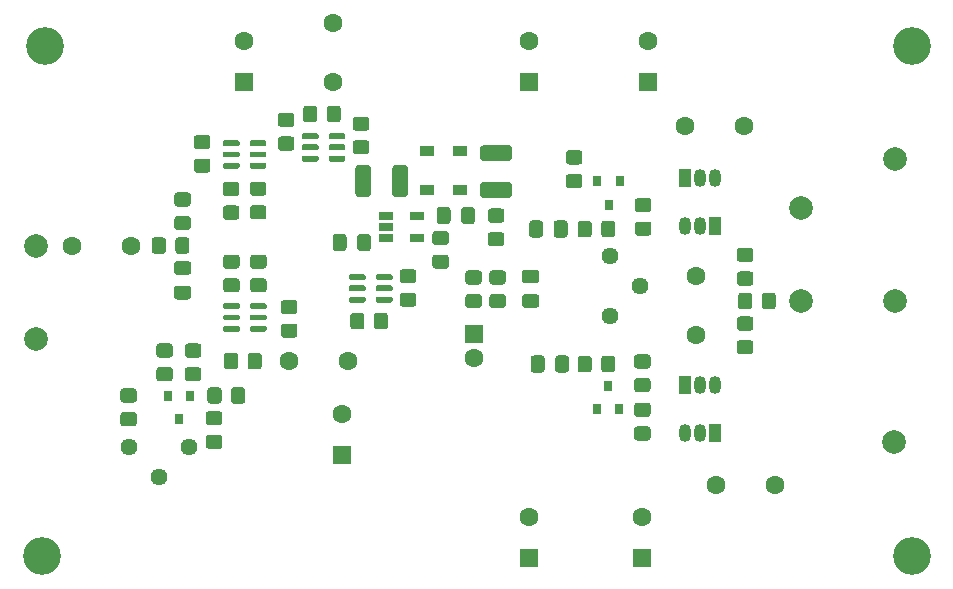
<source format=gbr>
G04 #@! TF.GenerationSoftware,KiCad,Pcbnew,(5.1.9-0-10_14)*
G04 #@! TF.CreationDate,2021-01-24T16:16:14+01:00*
G04 #@! TF.ProjectId,pre-amp-discret,7072652d-616d-4702-9d64-697363726574,rev?*
G04 #@! TF.SameCoordinates,Original*
G04 #@! TF.FileFunction,Soldermask,Top*
G04 #@! TF.FilePolarity,Negative*
%FSLAX46Y46*%
G04 Gerber Fmt 4.6, Leading zero omitted, Abs format (unit mm)*
G04 Created by KiCad (PCBNEW (5.1.9-0-10_14)) date 2021-01-24 16:16:14*
%MOMM*%
%LPD*%
G01*
G04 APERTURE LIST*
%ADD10R,1.200000X0.900000*%
%ADD11R,1.220000X0.650000*%
%ADD12C,1.440000*%
%ADD13C,1.600000*%
%ADD14R,0.800000X0.900000*%
%ADD15R,1.050000X1.500000*%
%ADD16O,1.050000X1.500000*%
%ADD17R,1.600000X1.600000*%
%ADD18C,2.000000*%
%ADD19C,3.200000*%
G04 APERTURE END LIST*
G36*
G01*
X138372001Y-113916000D02*
X137471999Y-113916000D01*
G75*
G02*
X137222000Y-113666001I0J249999D01*
G01*
X137222000Y-112965999D01*
G75*
G02*
X137471999Y-112716000I249999J0D01*
G01*
X138372001Y-112716000D01*
G75*
G02*
X138622000Y-112965999I0J-249999D01*
G01*
X138622000Y-113666001D01*
G75*
G02*
X138372001Y-113916000I-249999J0D01*
G01*
G37*
G36*
G01*
X138372001Y-115916000D02*
X137471999Y-115916000D01*
G75*
G02*
X137222000Y-115666001I0J249999D01*
G01*
X137222000Y-114965999D01*
G75*
G02*
X137471999Y-114716000I249999J0D01*
G01*
X138372001Y-114716000D01*
G75*
G02*
X138622000Y-114965999I0J-249999D01*
G01*
X138622000Y-115666001D01*
G75*
G02*
X138372001Y-115916000I-249999J0D01*
G01*
G37*
G36*
G01*
X136506000Y-116770999D02*
X136506000Y-117671001D01*
G75*
G02*
X136256001Y-117921000I-249999J0D01*
G01*
X135555999Y-117921000D01*
G75*
G02*
X135306000Y-117671001I0J249999D01*
G01*
X135306000Y-116770999D01*
G75*
G02*
X135555999Y-116521000I249999J0D01*
G01*
X136256001Y-116521000D01*
G75*
G02*
X136506000Y-116770999I0J-249999D01*
G01*
G37*
G36*
G01*
X138506000Y-116770999D02*
X138506000Y-117671001D01*
G75*
G02*
X138256001Y-117921000I-249999J0D01*
G01*
X137555999Y-117921000D01*
G75*
G02*
X137306000Y-117671001I0J249999D01*
G01*
X137306000Y-116770999D01*
G75*
G02*
X137555999Y-116521000I249999J0D01*
G01*
X138256001Y-116521000D01*
G75*
G02*
X138506000Y-116770999I0J-249999D01*
G01*
G37*
G36*
G01*
X138397000Y-119713500D02*
X137447000Y-119713500D01*
G75*
G02*
X137197000Y-119463500I0J250000D01*
G01*
X137197000Y-118788500D01*
G75*
G02*
X137447000Y-118538500I250000J0D01*
G01*
X138397000Y-118538500D01*
G75*
G02*
X138647000Y-118788500I0J-250000D01*
G01*
X138647000Y-119463500D01*
G75*
G02*
X138397000Y-119713500I-250000J0D01*
G01*
G37*
G36*
G01*
X138397000Y-121788500D02*
X137447000Y-121788500D01*
G75*
G02*
X137197000Y-121538500I0J250000D01*
G01*
X137197000Y-120863500D01*
G75*
G02*
X137447000Y-120613500I250000J0D01*
G01*
X138397000Y-120613500D01*
G75*
G02*
X138647000Y-120863500I0J-250000D01*
G01*
X138647000Y-121538500D01*
G75*
G02*
X138397000Y-121788500I-250000J0D01*
G01*
G37*
G36*
G01*
X146488999Y-123828000D02*
X147389001Y-123828000D01*
G75*
G02*
X147639000Y-124077999I0J-249999D01*
G01*
X147639000Y-124778001D01*
G75*
G02*
X147389001Y-125028000I-249999J0D01*
G01*
X146488999Y-125028000D01*
G75*
G02*
X146239000Y-124778001I0J249999D01*
G01*
X146239000Y-124077999D01*
G75*
G02*
X146488999Y-123828000I249999J0D01*
G01*
G37*
G36*
G01*
X146488999Y-121828000D02*
X147389001Y-121828000D01*
G75*
G02*
X147639000Y-122077999I0J-249999D01*
G01*
X147639000Y-122778001D01*
G75*
G02*
X147389001Y-123028000I-249999J0D01*
G01*
X146488999Y-123028000D01*
G75*
G02*
X146239000Y-122778001I0J249999D01*
G01*
X146239000Y-122077999D01*
G75*
G02*
X146488999Y-121828000I249999J0D01*
G01*
G37*
G36*
G01*
X162109999Y-121320000D02*
X163010001Y-121320000D01*
G75*
G02*
X163260000Y-121569999I0J-249999D01*
G01*
X163260000Y-122270001D01*
G75*
G02*
X163010001Y-122520000I-249999J0D01*
G01*
X162109999Y-122520000D01*
G75*
G02*
X161860000Y-122270001I0J249999D01*
G01*
X161860000Y-121569999D01*
G75*
G02*
X162109999Y-121320000I249999J0D01*
G01*
G37*
G36*
G01*
X162109999Y-119320000D02*
X163010001Y-119320000D01*
G75*
G02*
X163260000Y-119569999I0J-249999D01*
G01*
X163260000Y-120270001D01*
G75*
G02*
X163010001Y-120520000I-249999J0D01*
G01*
X162109999Y-120520000D01*
G75*
G02*
X161860000Y-120270001I0J249999D01*
G01*
X161860000Y-119569999D01*
G75*
G02*
X162109999Y-119320000I249999J0D01*
G01*
G37*
D10*
X161417000Y-112522000D03*
X161417000Y-109222000D03*
G36*
G01*
X163364999Y-111859500D02*
X165565001Y-111859500D01*
G75*
G02*
X165815000Y-112109499I0J-249999D01*
G01*
X165815000Y-112934501D01*
G75*
G02*
X165565001Y-113184500I-249999J0D01*
G01*
X163364999Y-113184500D01*
G75*
G02*
X163115000Y-112934501I0J249999D01*
G01*
X163115000Y-112109499D01*
G75*
G02*
X163364999Y-111859500I249999J0D01*
G01*
G37*
G36*
G01*
X163364999Y-108734500D02*
X165565001Y-108734500D01*
G75*
G02*
X165815000Y-108984499I0J-249999D01*
G01*
X165815000Y-109809501D01*
G75*
G02*
X165565001Y-110059500I-249999J0D01*
G01*
X163364999Y-110059500D01*
G75*
G02*
X163115000Y-109809501I0J249999D01*
G01*
X163115000Y-108984499D01*
G75*
G02*
X163364999Y-108734500I249999J0D01*
G01*
G37*
G36*
G01*
X155674500Y-112860001D02*
X155674500Y-110659999D01*
G75*
G02*
X155924499Y-110410000I249999J0D01*
G01*
X156749501Y-110410000D01*
G75*
G02*
X156999500Y-110659999I0J-249999D01*
G01*
X156999500Y-112860001D01*
G75*
G02*
X156749501Y-113110000I-249999J0D01*
G01*
X155924499Y-113110000D01*
G75*
G02*
X155674500Y-112860001I0J249999D01*
G01*
G37*
G36*
G01*
X152549500Y-112860001D02*
X152549500Y-110659999D01*
G75*
G02*
X152799499Y-110410000I249999J0D01*
G01*
X153624501Y-110410000D01*
G75*
G02*
X153874500Y-110659999I0J-249999D01*
G01*
X153874500Y-112860001D01*
G75*
G02*
X153624501Y-113110000I-249999J0D01*
G01*
X152799499Y-113110000D01*
G75*
G02*
X152549500Y-112860001I0J249999D01*
G01*
G37*
D11*
X157734000Y-114681000D03*
X157734000Y-116581000D03*
X155114000Y-116581000D03*
X155114000Y-115631000D03*
X155114000Y-114681000D03*
D12*
X133350000Y-134239000D03*
X135890000Y-136779000D03*
X138430000Y-134239000D03*
X174117000Y-123190000D03*
X176657000Y-120650000D03*
X174117000Y-118110000D03*
G36*
G01*
X168565500Y-126779000D02*
X168565500Y-127729000D01*
G75*
G02*
X168315500Y-127979000I-250000J0D01*
G01*
X167640500Y-127979000D01*
G75*
G02*
X167390500Y-127729000I0J250000D01*
G01*
X167390500Y-126779000D01*
G75*
G02*
X167640500Y-126529000I250000J0D01*
G01*
X168315500Y-126529000D01*
G75*
G02*
X168565500Y-126779000I0J-250000D01*
G01*
G37*
G36*
G01*
X170640500Y-126779000D02*
X170640500Y-127729000D01*
G75*
G02*
X170390500Y-127979000I-250000J0D01*
G01*
X169715500Y-127979000D01*
G75*
G02*
X169465500Y-127729000I0J250000D01*
G01*
X169465500Y-126779000D01*
G75*
G02*
X169715500Y-126529000I250000J0D01*
G01*
X170390500Y-126529000D01*
G75*
G02*
X170640500Y-126779000I0J-250000D01*
G01*
G37*
G36*
G01*
X169338500Y-116299000D02*
X169338500Y-115349000D01*
G75*
G02*
X169588500Y-115099000I250000J0D01*
G01*
X170263500Y-115099000D01*
G75*
G02*
X170513500Y-115349000I0J-250000D01*
G01*
X170513500Y-116299000D01*
G75*
G02*
X170263500Y-116549000I-250000J0D01*
G01*
X169588500Y-116549000D01*
G75*
G02*
X169338500Y-116299000I0J250000D01*
G01*
G37*
G36*
G01*
X167263500Y-116299000D02*
X167263500Y-115349000D01*
G75*
G02*
X167513500Y-115099000I250000J0D01*
G01*
X168188500Y-115099000D01*
G75*
G02*
X168438500Y-115349000I0J-250000D01*
G01*
X168438500Y-116299000D01*
G75*
G02*
X168188500Y-116549000I-250000J0D01*
G01*
X167513500Y-116549000D01*
G75*
G02*
X167263500Y-116299000I0J250000D01*
G01*
G37*
D13*
X180467000Y-107124500D03*
X185467000Y-107124500D03*
X181419500Y-119824500D03*
X181419500Y-124824500D03*
G36*
G01*
X164915001Y-115281000D02*
X164014999Y-115281000D01*
G75*
G02*
X163765000Y-115031001I0J249999D01*
G01*
X163765000Y-114330999D01*
G75*
G02*
X164014999Y-114081000I249999J0D01*
G01*
X164915001Y-114081000D01*
G75*
G02*
X165165000Y-114330999I0J-249999D01*
G01*
X165165000Y-115031001D01*
G75*
G02*
X164915001Y-115281000I-249999J0D01*
G01*
G37*
G36*
G01*
X164915001Y-117281000D02*
X164014999Y-117281000D01*
G75*
G02*
X163765000Y-117031001I0J249999D01*
G01*
X163765000Y-116330999D01*
G75*
G02*
X164014999Y-116081000I249999J0D01*
G01*
X164915001Y-116081000D01*
G75*
G02*
X165165000Y-116330999I0J-249999D01*
G01*
X165165000Y-117031001D01*
G75*
G02*
X164915001Y-117281000I-249999J0D01*
G01*
G37*
G36*
G01*
X159315999Y-117986000D02*
X160216001Y-117986000D01*
G75*
G02*
X160466000Y-118235999I0J-249999D01*
G01*
X160466000Y-118936001D01*
G75*
G02*
X160216001Y-119186000I-249999J0D01*
G01*
X159315999Y-119186000D01*
G75*
G02*
X159066000Y-118936001I0J249999D01*
G01*
X159066000Y-118235999D01*
G75*
G02*
X159315999Y-117986000I249999J0D01*
G01*
G37*
G36*
G01*
X159315999Y-115986000D02*
X160216001Y-115986000D01*
G75*
G02*
X160466000Y-116235999I0J-249999D01*
G01*
X160466000Y-116936001D01*
G75*
G02*
X160216001Y-117186000I-249999J0D01*
G01*
X159315999Y-117186000D01*
G75*
G02*
X159066000Y-116936001I0J249999D01*
G01*
X159066000Y-116235999D01*
G75*
G02*
X159315999Y-115986000I249999J0D01*
G01*
G37*
G36*
G01*
X141221000Y-129470999D02*
X141221000Y-130371001D01*
G75*
G02*
X140971001Y-130621000I-249999J0D01*
G01*
X140270999Y-130621000D01*
G75*
G02*
X140021000Y-130371001I0J249999D01*
G01*
X140021000Y-129470999D01*
G75*
G02*
X140270999Y-129221000I249999J0D01*
G01*
X140971001Y-129221000D01*
G75*
G02*
X141221000Y-129470999I0J-249999D01*
G01*
G37*
G36*
G01*
X143221000Y-129470999D02*
X143221000Y-130371001D01*
G75*
G02*
X142971001Y-130621000I-249999J0D01*
G01*
X142270999Y-130621000D01*
G75*
G02*
X142021000Y-130371001I0J249999D01*
G01*
X142021000Y-129470999D01*
G75*
G02*
X142270999Y-129221000I249999J0D01*
G01*
X142971001Y-129221000D01*
G75*
G02*
X143221000Y-129470999I0J-249999D01*
G01*
G37*
G36*
G01*
X140138999Y-133242000D02*
X141039001Y-133242000D01*
G75*
G02*
X141289000Y-133491999I0J-249999D01*
G01*
X141289000Y-134192001D01*
G75*
G02*
X141039001Y-134442000I-249999J0D01*
G01*
X140138999Y-134442000D01*
G75*
G02*
X139889000Y-134192001I0J249999D01*
G01*
X139889000Y-133491999D01*
G75*
G02*
X140138999Y-133242000I249999J0D01*
G01*
G37*
G36*
G01*
X140138999Y-131242000D02*
X141039001Y-131242000D01*
G75*
G02*
X141289000Y-131491999I0J-249999D01*
G01*
X141289000Y-132192001D01*
G75*
G02*
X141039001Y-132442000I-249999J0D01*
G01*
X140138999Y-132442000D01*
G75*
G02*
X139889000Y-132192001I0J249999D01*
G01*
X139889000Y-131491999D01*
G75*
G02*
X140138999Y-131242000I249999J0D01*
G01*
G37*
G36*
G01*
X138360999Y-127511000D02*
X139261001Y-127511000D01*
G75*
G02*
X139511000Y-127760999I0J-249999D01*
G01*
X139511000Y-128461001D01*
G75*
G02*
X139261001Y-128711000I-249999J0D01*
G01*
X138360999Y-128711000D01*
G75*
G02*
X138111000Y-128461001I0J249999D01*
G01*
X138111000Y-127760999D01*
G75*
G02*
X138360999Y-127511000I249999J0D01*
G01*
G37*
G36*
G01*
X138360999Y-125511000D02*
X139261001Y-125511000D01*
G75*
G02*
X139511000Y-125760999I0J-249999D01*
G01*
X139511000Y-126461001D01*
G75*
G02*
X139261001Y-126711000I-249999J0D01*
G01*
X138360999Y-126711000D01*
G75*
G02*
X138111000Y-126461001I0J249999D01*
G01*
X138111000Y-125760999D01*
G75*
G02*
X138360999Y-125511000I249999J0D01*
G01*
G37*
G36*
G01*
X132899999Y-131321000D02*
X133800001Y-131321000D01*
G75*
G02*
X134050000Y-131570999I0J-249999D01*
G01*
X134050000Y-132271001D01*
G75*
G02*
X133800001Y-132521000I-249999J0D01*
G01*
X132899999Y-132521000D01*
G75*
G02*
X132650000Y-132271001I0J249999D01*
G01*
X132650000Y-131570999D01*
G75*
G02*
X132899999Y-131321000I249999J0D01*
G01*
G37*
G36*
G01*
X132899999Y-129321000D02*
X133800001Y-129321000D01*
G75*
G02*
X134050000Y-129570999I0J-249999D01*
G01*
X134050000Y-130271001D01*
G75*
G02*
X133800001Y-130521000I-249999J0D01*
G01*
X132899999Y-130521000D01*
G75*
G02*
X132650000Y-130271001I0J249999D01*
G01*
X132650000Y-129570999D01*
G75*
G02*
X132899999Y-129321000I249999J0D01*
G01*
G37*
G36*
G01*
X135947999Y-127511000D02*
X136848001Y-127511000D01*
G75*
G02*
X137098000Y-127760999I0J-249999D01*
G01*
X137098000Y-128461001D01*
G75*
G02*
X136848001Y-128711000I-249999J0D01*
G01*
X135947999Y-128711000D01*
G75*
G02*
X135698000Y-128461001I0J249999D01*
G01*
X135698000Y-127760999D01*
G75*
G02*
X135947999Y-127511000I249999J0D01*
G01*
G37*
G36*
G01*
X135947999Y-125511000D02*
X136848001Y-125511000D01*
G75*
G02*
X137098000Y-125760999I0J-249999D01*
G01*
X137098000Y-126461001D01*
G75*
G02*
X136848001Y-126711000I-249999J0D01*
G01*
X135947999Y-126711000D01*
G75*
G02*
X135698000Y-126461001I0J249999D01*
G01*
X135698000Y-125760999D01*
G75*
G02*
X135947999Y-125511000I249999J0D01*
G01*
G37*
D14*
X137607000Y-131921000D03*
X136657000Y-129921000D03*
X138557000Y-129921000D03*
D10*
X158623000Y-109222000D03*
X158623000Y-112522000D03*
G36*
G01*
X152701500Y-117442000D02*
X152701500Y-116492000D01*
G75*
G02*
X152951500Y-116242000I250000J0D01*
G01*
X153626500Y-116242000D01*
G75*
G02*
X153876500Y-116492000I0J-250000D01*
G01*
X153876500Y-117442000D01*
G75*
G02*
X153626500Y-117692000I-250000J0D01*
G01*
X152951500Y-117692000D01*
G75*
G02*
X152701500Y-117442000I0J250000D01*
G01*
G37*
G36*
G01*
X150626500Y-117442000D02*
X150626500Y-116492000D01*
G75*
G02*
X150876500Y-116242000I250000J0D01*
G01*
X151551500Y-116242000D01*
G75*
G02*
X151801500Y-116492000I0J-250000D01*
G01*
X151801500Y-117442000D01*
G75*
G02*
X151551500Y-117692000I-250000J0D01*
G01*
X150876500Y-117692000D01*
G75*
G02*
X150626500Y-117442000I0J250000D01*
G01*
G37*
G36*
G01*
X160607500Y-114206000D02*
X160607500Y-115156000D01*
G75*
G02*
X160357500Y-115406000I-250000J0D01*
G01*
X159682500Y-115406000D01*
G75*
G02*
X159432500Y-115156000I0J250000D01*
G01*
X159432500Y-114206000D01*
G75*
G02*
X159682500Y-113956000I250000J0D01*
G01*
X160357500Y-113956000D01*
G75*
G02*
X160607500Y-114206000I0J-250000D01*
G01*
G37*
G36*
G01*
X162682500Y-114206000D02*
X162682500Y-115156000D01*
G75*
G02*
X162432500Y-115406000I-250000J0D01*
G01*
X161757500Y-115406000D01*
G75*
G02*
X161507500Y-115156000I0J250000D01*
G01*
X161507500Y-114206000D01*
G75*
G02*
X161757500Y-113956000I250000J0D01*
G01*
X162432500Y-113956000D01*
G75*
G02*
X162682500Y-114206000I0J-250000D01*
G01*
G37*
G36*
G01*
X185096999Y-125225000D02*
X185997001Y-125225000D01*
G75*
G02*
X186247000Y-125474999I0J-249999D01*
G01*
X186247000Y-126175001D01*
G75*
G02*
X185997001Y-126425000I-249999J0D01*
G01*
X185096999Y-126425000D01*
G75*
G02*
X184847000Y-126175001I0J249999D01*
G01*
X184847000Y-125474999D01*
G75*
G02*
X185096999Y-125225000I249999J0D01*
G01*
G37*
G36*
G01*
X185096999Y-123225000D02*
X185997001Y-123225000D01*
G75*
G02*
X186247000Y-123474999I0J-249999D01*
G01*
X186247000Y-124175001D01*
G75*
G02*
X185997001Y-124425000I-249999J0D01*
G01*
X185096999Y-124425000D01*
G75*
G02*
X184847000Y-124175001I0J249999D01*
G01*
X184847000Y-123474999D01*
G75*
G02*
X185096999Y-123225000I249999J0D01*
G01*
G37*
G36*
G01*
X185096999Y-119415000D02*
X185997001Y-119415000D01*
G75*
G02*
X186247000Y-119664999I0J-249999D01*
G01*
X186247000Y-120365001D01*
G75*
G02*
X185997001Y-120615000I-249999J0D01*
G01*
X185096999Y-120615000D01*
G75*
G02*
X184847000Y-120365001I0J249999D01*
G01*
X184847000Y-119664999D01*
G75*
G02*
X185096999Y-119415000I249999J0D01*
G01*
G37*
G36*
G01*
X185096999Y-117415000D02*
X185997001Y-117415000D01*
G75*
G02*
X186247000Y-117664999I0J-249999D01*
G01*
X186247000Y-118365001D01*
G75*
G02*
X185997001Y-118615000I-249999J0D01*
G01*
X185096999Y-118615000D01*
G75*
G02*
X184847000Y-118365001I0J249999D01*
G01*
X184847000Y-117664999D01*
G75*
G02*
X185096999Y-117415000I249999J0D01*
G01*
G37*
G36*
G01*
X176397499Y-128432000D02*
X177297501Y-128432000D01*
G75*
G02*
X177547500Y-128681999I0J-249999D01*
G01*
X177547500Y-129382001D01*
G75*
G02*
X177297501Y-129632000I-249999J0D01*
G01*
X176397499Y-129632000D01*
G75*
G02*
X176147500Y-129382001I0J249999D01*
G01*
X176147500Y-128681999D01*
G75*
G02*
X176397499Y-128432000I249999J0D01*
G01*
G37*
G36*
G01*
X176397499Y-126432000D02*
X177297501Y-126432000D01*
G75*
G02*
X177547500Y-126681999I0J-249999D01*
G01*
X177547500Y-127382001D01*
G75*
G02*
X177297501Y-127632000I-249999J0D01*
G01*
X176397499Y-127632000D01*
G75*
G02*
X176147500Y-127382001I0J249999D01*
G01*
X176147500Y-126681999D01*
G75*
G02*
X176397499Y-126432000I249999J0D01*
G01*
G37*
G36*
G01*
X176460999Y-115192000D02*
X177361001Y-115192000D01*
G75*
G02*
X177611000Y-115441999I0J-249999D01*
G01*
X177611000Y-116142001D01*
G75*
G02*
X177361001Y-116392000I-249999J0D01*
G01*
X176460999Y-116392000D01*
G75*
G02*
X176211000Y-116142001I0J249999D01*
G01*
X176211000Y-115441999D01*
G75*
G02*
X176460999Y-115192000I249999J0D01*
G01*
G37*
G36*
G01*
X176460999Y-113192000D02*
X177361001Y-113192000D01*
G75*
G02*
X177611000Y-113441999I0J-249999D01*
G01*
X177611000Y-114142001D01*
G75*
G02*
X177361001Y-114392000I-249999J0D01*
G01*
X176460999Y-114392000D01*
G75*
G02*
X176211000Y-114142001I0J249999D01*
G01*
X176211000Y-113441999D01*
G75*
G02*
X176460999Y-113192000I249999J0D01*
G01*
G37*
G36*
G01*
X173358000Y-127704001D02*
X173358000Y-126803999D01*
G75*
G02*
X173607999Y-126554000I249999J0D01*
G01*
X174308001Y-126554000D01*
G75*
G02*
X174558000Y-126803999I0J-249999D01*
G01*
X174558000Y-127704001D01*
G75*
G02*
X174308001Y-127954000I-249999J0D01*
G01*
X173607999Y-127954000D01*
G75*
G02*
X173358000Y-127704001I0J249999D01*
G01*
G37*
G36*
G01*
X171358000Y-127704001D02*
X171358000Y-126803999D01*
G75*
G02*
X171607999Y-126554000I249999J0D01*
G01*
X172308001Y-126554000D01*
G75*
G02*
X172558000Y-126803999I0J-249999D01*
G01*
X172558000Y-127704001D01*
G75*
G02*
X172308001Y-127954000I-249999J0D01*
G01*
X171607999Y-127954000D01*
G75*
G02*
X171358000Y-127704001I0J249999D01*
G01*
G37*
G36*
G01*
X172558000Y-115373999D02*
X172558000Y-116274001D01*
G75*
G02*
X172308001Y-116524000I-249999J0D01*
G01*
X171607999Y-116524000D01*
G75*
G02*
X171358000Y-116274001I0J249999D01*
G01*
X171358000Y-115373999D01*
G75*
G02*
X171607999Y-115124000I249999J0D01*
G01*
X172308001Y-115124000D01*
G75*
G02*
X172558000Y-115373999I0J-249999D01*
G01*
G37*
G36*
G01*
X174558000Y-115373999D02*
X174558000Y-116274001D01*
G75*
G02*
X174308001Y-116524000I-249999J0D01*
G01*
X173607999Y-116524000D01*
G75*
G02*
X173358000Y-116274001I0J249999D01*
G01*
X173358000Y-115373999D01*
G75*
G02*
X173607999Y-115124000I249999J0D01*
G01*
X174308001Y-115124000D01*
G75*
G02*
X174558000Y-115373999I0J-249999D01*
G01*
G37*
D15*
X183007000Y-133096000D03*
D16*
X180467000Y-133096000D03*
X181737000Y-133096000D03*
D15*
X180467000Y-111506000D03*
D16*
X183007000Y-111506000D03*
X181737000Y-111506000D03*
D15*
X180467000Y-129032000D03*
D16*
X183007000Y-129032000D03*
X181737000Y-129032000D03*
D15*
X183007000Y-115570000D03*
D16*
X180467000Y-115570000D03*
X181737000Y-115570000D03*
D14*
X173926500Y-129095500D03*
X174876500Y-131095500D03*
X172976500Y-131095500D03*
G36*
G01*
X143623000Y-122489500D02*
X143623000Y-122239500D01*
G75*
G02*
X143748000Y-122114500I125000J0D01*
G01*
X144923000Y-122114500D01*
G75*
G02*
X145048000Y-122239500I0J-125000D01*
G01*
X145048000Y-122489500D01*
G75*
G02*
X144923000Y-122614500I-125000J0D01*
G01*
X143748000Y-122614500D01*
G75*
G02*
X143623000Y-122489500I0J125000D01*
G01*
G37*
G36*
G01*
X143623000Y-123439500D02*
X143623000Y-123189500D01*
G75*
G02*
X143748000Y-123064500I125000J0D01*
G01*
X144923000Y-123064500D01*
G75*
G02*
X145048000Y-123189500I0J-125000D01*
G01*
X145048000Y-123439500D01*
G75*
G02*
X144923000Y-123564500I-125000J0D01*
G01*
X143748000Y-123564500D01*
G75*
G02*
X143623000Y-123439500I0J125000D01*
G01*
G37*
G36*
G01*
X143623000Y-124389500D02*
X143623000Y-124139500D01*
G75*
G02*
X143748000Y-124014500I125000J0D01*
G01*
X144923000Y-124014500D01*
G75*
G02*
X145048000Y-124139500I0J-125000D01*
G01*
X145048000Y-124389500D01*
G75*
G02*
X144923000Y-124514500I-125000J0D01*
G01*
X143748000Y-124514500D01*
G75*
G02*
X143623000Y-124389500I0J125000D01*
G01*
G37*
G36*
G01*
X141348000Y-124389500D02*
X141348000Y-124139500D01*
G75*
G02*
X141473000Y-124014500I125000J0D01*
G01*
X142648000Y-124014500D01*
G75*
G02*
X142773000Y-124139500I0J-125000D01*
G01*
X142773000Y-124389500D01*
G75*
G02*
X142648000Y-124514500I-125000J0D01*
G01*
X141473000Y-124514500D01*
G75*
G02*
X141348000Y-124389500I0J125000D01*
G01*
G37*
G36*
G01*
X141348000Y-123439500D02*
X141348000Y-123189500D01*
G75*
G02*
X141473000Y-123064500I125000J0D01*
G01*
X142648000Y-123064500D01*
G75*
G02*
X142773000Y-123189500I0J-125000D01*
G01*
X142773000Y-123439500D01*
G75*
G02*
X142648000Y-123564500I-125000J0D01*
G01*
X141473000Y-123564500D01*
G75*
G02*
X141348000Y-123439500I0J125000D01*
G01*
G37*
G36*
G01*
X141348000Y-122489500D02*
X141348000Y-122239500D01*
G75*
G02*
X141473000Y-122114500I125000J0D01*
G01*
X142648000Y-122114500D01*
G75*
G02*
X142773000Y-122239500I0J-125000D01*
G01*
X142773000Y-122489500D01*
G75*
G02*
X142648000Y-122614500I-125000J0D01*
G01*
X141473000Y-122614500D01*
G75*
G02*
X141348000Y-122489500I0J125000D01*
G01*
G37*
G36*
G01*
X149429500Y-109737700D02*
X149429500Y-109987700D01*
G75*
G02*
X149304500Y-110112700I-125000J0D01*
G01*
X148129500Y-110112700D01*
G75*
G02*
X148004500Y-109987700I0J125000D01*
G01*
X148004500Y-109737700D01*
G75*
G02*
X148129500Y-109612700I125000J0D01*
G01*
X149304500Y-109612700D01*
G75*
G02*
X149429500Y-109737700I0J-125000D01*
G01*
G37*
G36*
G01*
X149429500Y-108787700D02*
X149429500Y-109037700D01*
G75*
G02*
X149304500Y-109162700I-125000J0D01*
G01*
X148129500Y-109162700D01*
G75*
G02*
X148004500Y-109037700I0J125000D01*
G01*
X148004500Y-108787700D01*
G75*
G02*
X148129500Y-108662700I125000J0D01*
G01*
X149304500Y-108662700D01*
G75*
G02*
X149429500Y-108787700I0J-125000D01*
G01*
G37*
G36*
G01*
X149429500Y-107837700D02*
X149429500Y-108087700D01*
G75*
G02*
X149304500Y-108212700I-125000J0D01*
G01*
X148129500Y-108212700D01*
G75*
G02*
X148004500Y-108087700I0J125000D01*
G01*
X148004500Y-107837700D01*
G75*
G02*
X148129500Y-107712700I125000J0D01*
G01*
X149304500Y-107712700D01*
G75*
G02*
X149429500Y-107837700I0J-125000D01*
G01*
G37*
G36*
G01*
X151704500Y-107837700D02*
X151704500Y-108087700D01*
G75*
G02*
X151579500Y-108212700I-125000J0D01*
G01*
X150404500Y-108212700D01*
G75*
G02*
X150279500Y-108087700I0J125000D01*
G01*
X150279500Y-107837700D01*
G75*
G02*
X150404500Y-107712700I125000J0D01*
G01*
X151579500Y-107712700D01*
G75*
G02*
X151704500Y-107837700I0J-125000D01*
G01*
G37*
G36*
G01*
X151704500Y-108787700D02*
X151704500Y-109037700D01*
G75*
G02*
X151579500Y-109162700I-125000J0D01*
G01*
X150404500Y-109162700D01*
G75*
G02*
X150279500Y-109037700I0J125000D01*
G01*
X150279500Y-108787700D01*
G75*
G02*
X150404500Y-108662700I125000J0D01*
G01*
X151579500Y-108662700D01*
G75*
G02*
X151704500Y-108787700I0J-125000D01*
G01*
G37*
G36*
G01*
X151704500Y-109737700D02*
X151704500Y-109987700D01*
G75*
G02*
X151579500Y-110112700I-125000J0D01*
G01*
X150404500Y-110112700D01*
G75*
G02*
X150279500Y-109987700I0J125000D01*
G01*
X150279500Y-109737700D01*
G75*
G02*
X150404500Y-109612700I125000J0D01*
G01*
X151579500Y-109612700D01*
G75*
G02*
X151704500Y-109737700I0J-125000D01*
G01*
G37*
G36*
G01*
X143599300Y-108689600D02*
X143599300Y-108439600D01*
G75*
G02*
X143724300Y-108314600I125000J0D01*
G01*
X144899300Y-108314600D01*
G75*
G02*
X145024300Y-108439600I0J-125000D01*
G01*
X145024300Y-108689600D01*
G75*
G02*
X144899300Y-108814600I-125000J0D01*
G01*
X143724300Y-108814600D01*
G75*
G02*
X143599300Y-108689600I0J125000D01*
G01*
G37*
G36*
G01*
X143599300Y-109639600D02*
X143599300Y-109389600D01*
G75*
G02*
X143724300Y-109264600I125000J0D01*
G01*
X144899300Y-109264600D01*
G75*
G02*
X145024300Y-109389600I0J-125000D01*
G01*
X145024300Y-109639600D01*
G75*
G02*
X144899300Y-109764600I-125000J0D01*
G01*
X143724300Y-109764600D01*
G75*
G02*
X143599300Y-109639600I0J125000D01*
G01*
G37*
G36*
G01*
X143599300Y-110589600D02*
X143599300Y-110339600D01*
G75*
G02*
X143724300Y-110214600I125000J0D01*
G01*
X144899300Y-110214600D01*
G75*
G02*
X145024300Y-110339600I0J-125000D01*
G01*
X145024300Y-110589600D01*
G75*
G02*
X144899300Y-110714600I-125000J0D01*
G01*
X143724300Y-110714600D01*
G75*
G02*
X143599300Y-110589600I0J125000D01*
G01*
G37*
G36*
G01*
X141324300Y-110589600D02*
X141324300Y-110339600D01*
G75*
G02*
X141449300Y-110214600I125000J0D01*
G01*
X142624300Y-110214600D01*
G75*
G02*
X142749300Y-110339600I0J-125000D01*
G01*
X142749300Y-110589600D01*
G75*
G02*
X142624300Y-110714600I-125000J0D01*
G01*
X141449300Y-110714600D01*
G75*
G02*
X141324300Y-110589600I0J125000D01*
G01*
G37*
G36*
G01*
X141324300Y-109639600D02*
X141324300Y-109389600D01*
G75*
G02*
X141449300Y-109264600I125000J0D01*
G01*
X142624300Y-109264600D01*
G75*
G02*
X142749300Y-109389600I0J-125000D01*
G01*
X142749300Y-109639600D01*
G75*
G02*
X142624300Y-109764600I-125000J0D01*
G01*
X141449300Y-109764600D01*
G75*
G02*
X141324300Y-109639600I0J125000D01*
G01*
G37*
G36*
G01*
X141324300Y-108689600D02*
X141324300Y-108439600D01*
G75*
G02*
X141449300Y-108314600I125000J0D01*
G01*
X142624300Y-108314600D01*
G75*
G02*
X142749300Y-108439600I0J-125000D01*
G01*
X142749300Y-108689600D01*
G75*
G02*
X142624300Y-108814600I-125000J0D01*
G01*
X141449300Y-108814600D01*
G75*
G02*
X141324300Y-108689600I0J125000D01*
G01*
G37*
G36*
G01*
X154275300Y-120025700D02*
X154275300Y-119775700D01*
G75*
G02*
X154400300Y-119650700I125000J0D01*
G01*
X155575300Y-119650700D01*
G75*
G02*
X155700300Y-119775700I0J-125000D01*
G01*
X155700300Y-120025700D01*
G75*
G02*
X155575300Y-120150700I-125000J0D01*
G01*
X154400300Y-120150700D01*
G75*
G02*
X154275300Y-120025700I0J125000D01*
G01*
G37*
G36*
G01*
X154275300Y-120975700D02*
X154275300Y-120725700D01*
G75*
G02*
X154400300Y-120600700I125000J0D01*
G01*
X155575300Y-120600700D01*
G75*
G02*
X155700300Y-120725700I0J-125000D01*
G01*
X155700300Y-120975700D01*
G75*
G02*
X155575300Y-121100700I-125000J0D01*
G01*
X154400300Y-121100700D01*
G75*
G02*
X154275300Y-120975700I0J125000D01*
G01*
G37*
G36*
G01*
X154275300Y-121925700D02*
X154275300Y-121675700D01*
G75*
G02*
X154400300Y-121550700I125000J0D01*
G01*
X155575300Y-121550700D01*
G75*
G02*
X155700300Y-121675700I0J-125000D01*
G01*
X155700300Y-121925700D01*
G75*
G02*
X155575300Y-122050700I-125000J0D01*
G01*
X154400300Y-122050700D01*
G75*
G02*
X154275300Y-121925700I0J125000D01*
G01*
G37*
G36*
G01*
X152000300Y-121925700D02*
X152000300Y-121675700D01*
G75*
G02*
X152125300Y-121550700I125000J0D01*
G01*
X153300300Y-121550700D01*
G75*
G02*
X153425300Y-121675700I0J-125000D01*
G01*
X153425300Y-121925700D01*
G75*
G02*
X153300300Y-122050700I-125000J0D01*
G01*
X152125300Y-122050700D01*
G75*
G02*
X152000300Y-121925700I0J125000D01*
G01*
G37*
G36*
G01*
X152000300Y-120975700D02*
X152000300Y-120725700D01*
G75*
G02*
X152125300Y-120600700I125000J0D01*
G01*
X153300300Y-120600700D01*
G75*
G02*
X153425300Y-120725700I0J-125000D01*
G01*
X153425300Y-120975700D01*
G75*
G02*
X153300300Y-121100700I-125000J0D01*
G01*
X152125300Y-121100700D01*
G75*
G02*
X152000300Y-120975700I0J125000D01*
G01*
G37*
G36*
G01*
X152000300Y-120025700D02*
X152000300Y-119775700D01*
G75*
G02*
X152125300Y-119650700I125000J0D01*
G01*
X153300300Y-119650700D01*
G75*
G02*
X153425300Y-119775700I0J-125000D01*
G01*
X153425300Y-120025700D01*
G75*
G02*
X153300300Y-120150700I-125000J0D01*
G01*
X152125300Y-120150700D01*
G75*
G02*
X152000300Y-120025700I0J125000D01*
G01*
G37*
D13*
X177355500Y-99878000D03*
D17*
X177355500Y-103378000D03*
D13*
X167259000Y-140208000D03*
D17*
X167259000Y-143708000D03*
D13*
X167259000Y-99878000D03*
D17*
X167259000Y-103378000D03*
D13*
X162560000Y-126714000D03*
D17*
X162560000Y-124714000D03*
G36*
G01*
X186147000Y-121469999D02*
X186147000Y-122370001D01*
G75*
G02*
X185897001Y-122620000I-249999J0D01*
G01*
X185196999Y-122620000D01*
G75*
G02*
X184947000Y-122370001I0J249999D01*
G01*
X184947000Y-121469999D01*
G75*
G02*
X185196999Y-121220000I249999J0D01*
G01*
X185897001Y-121220000D01*
G75*
G02*
X186147000Y-121469999I0J-249999D01*
G01*
G37*
G36*
G01*
X188147000Y-121469999D02*
X188147000Y-122370001D01*
G75*
G02*
X187897001Y-122620000I-249999J0D01*
G01*
X187196999Y-122620000D01*
G75*
G02*
X186947000Y-122370001I0J249999D01*
G01*
X186947000Y-121469999D01*
G75*
G02*
X187196999Y-121220000I249999J0D01*
G01*
X187897001Y-121220000D01*
G75*
G02*
X188147000Y-121469999I0J-249999D01*
G01*
G37*
G36*
G01*
X176397499Y-132527500D02*
X177297501Y-132527500D01*
G75*
G02*
X177547500Y-132777499I0J-249999D01*
G01*
X177547500Y-133477501D01*
G75*
G02*
X177297501Y-133727500I-249999J0D01*
G01*
X176397499Y-133727500D01*
G75*
G02*
X176147500Y-133477501I0J249999D01*
G01*
X176147500Y-132777499D01*
G75*
G02*
X176397499Y-132527500I249999J0D01*
G01*
G37*
G36*
G01*
X176397499Y-130527500D02*
X177297501Y-130527500D01*
G75*
G02*
X177547500Y-130777499I0J-249999D01*
G01*
X177547500Y-131477501D01*
G75*
G02*
X177297501Y-131727500I-249999J0D01*
G01*
X176397499Y-131727500D01*
G75*
G02*
X176147500Y-131477501I0J249999D01*
G01*
X176147500Y-130777499D01*
G75*
G02*
X176397499Y-130527500I249999J0D01*
G01*
G37*
G36*
G01*
X153317500Y-123171799D02*
X153317500Y-124071801D01*
G75*
G02*
X153067501Y-124321800I-249999J0D01*
G01*
X152367499Y-124321800D01*
G75*
G02*
X152117500Y-124071801I0J249999D01*
G01*
X152117500Y-123171799D01*
G75*
G02*
X152367499Y-122921800I249999J0D01*
G01*
X153067501Y-122921800D01*
G75*
G02*
X153317500Y-123171799I0J-249999D01*
G01*
G37*
G36*
G01*
X155317500Y-123171799D02*
X155317500Y-124071801D01*
G75*
G02*
X155067501Y-124321800I-249999J0D01*
G01*
X154367499Y-124321800D01*
G75*
G02*
X154117500Y-124071801I0J249999D01*
G01*
X154117500Y-123171799D01*
G75*
G02*
X154367499Y-122921800I249999J0D01*
G01*
X155067501Y-122921800D01*
G75*
G02*
X155317500Y-123171799I0J-249999D01*
G01*
G37*
G36*
G01*
X143872799Y-113814300D02*
X144772801Y-113814300D01*
G75*
G02*
X145022800Y-114064299I0J-249999D01*
G01*
X145022800Y-114764301D01*
G75*
G02*
X144772801Y-115014300I-249999J0D01*
G01*
X143872799Y-115014300D01*
G75*
G02*
X143622800Y-114764301I0J249999D01*
G01*
X143622800Y-114064299D01*
G75*
G02*
X143872799Y-113814300I249999J0D01*
G01*
G37*
G36*
G01*
X143872799Y-111814300D02*
X144772801Y-111814300D01*
G75*
G02*
X145022800Y-112064299I0J-249999D01*
G01*
X145022800Y-112764301D01*
G75*
G02*
X144772801Y-113014300I-249999J0D01*
G01*
X143872799Y-113014300D01*
G75*
G02*
X143622800Y-112764301I0J249999D01*
G01*
X143622800Y-112064299D01*
G75*
G02*
X143872799Y-111814300I249999J0D01*
G01*
G37*
G36*
G01*
X139122999Y-109858000D02*
X140023001Y-109858000D01*
G75*
G02*
X140273000Y-110107999I0J-249999D01*
G01*
X140273000Y-110808001D01*
G75*
G02*
X140023001Y-111058000I-249999J0D01*
G01*
X139122999Y-111058000D01*
G75*
G02*
X138873000Y-110808001I0J249999D01*
G01*
X138873000Y-110107999D01*
G75*
G02*
X139122999Y-109858000I249999J0D01*
G01*
G37*
G36*
G01*
X139122999Y-107858000D02*
X140023001Y-107858000D01*
G75*
G02*
X140273000Y-108107999I0J-249999D01*
G01*
X140273000Y-108808001D01*
G75*
G02*
X140023001Y-109058000I-249999J0D01*
G01*
X139122999Y-109058000D01*
G75*
G02*
X138873000Y-108808001I0J249999D01*
G01*
X138873000Y-108107999D01*
G75*
G02*
X139122999Y-107858000I249999J0D01*
G01*
G37*
G36*
G01*
X156560099Y-121211800D02*
X157460101Y-121211800D01*
G75*
G02*
X157710100Y-121461799I0J-249999D01*
G01*
X157710100Y-122161801D01*
G75*
G02*
X157460101Y-122411800I-249999J0D01*
G01*
X156560099Y-122411800D01*
G75*
G02*
X156310100Y-122161801I0J249999D01*
G01*
X156310100Y-121461799D01*
G75*
G02*
X156560099Y-121211800I249999J0D01*
G01*
G37*
G36*
G01*
X156560099Y-119211800D02*
X157460101Y-119211800D01*
G75*
G02*
X157710100Y-119461799I0J-249999D01*
G01*
X157710100Y-120161801D01*
G75*
G02*
X157460101Y-120411800I-249999J0D01*
G01*
X156560099Y-120411800D01*
G75*
G02*
X156310100Y-120161801I0J249999D01*
G01*
X156310100Y-119461799D01*
G75*
G02*
X156560099Y-119211800I249999J0D01*
G01*
G37*
G36*
G01*
X141574099Y-113827000D02*
X142474101Y-113827000D01*
G75*
G02*
X142724100Y-114076999I0J-249999D01*
G01*
X142724100Y-114777001D01*
G75*
G02*
X142474101Y-115027000I-249999J0D01*
G01*
X141574099Y-115027000D01*
G75*
G02*
X141324100Y-114777001I0J249999D01*
G01*
X141324100Y-114076999D01*
G75*
G02*
X141574099Y-113827000I249999J0D01*
G01*
G37*
G36*
G01*
X141574099Y-111827000D02*
X142474101Y-111827000D01*
G75*
G02*
X142724100Y-112076999I0J-249999D01*
G01*
X142724100Y-112777001D01*
G75*
G02*
X142474101Y-113027000I-249999J0D01*
G01*
X141574099Y-113027000D01*
G75*
G02*
X141324100Y-112777001I0J249999D01*
G01*
X141324100Y-112076999D01*
G75*
G02*
X141574099Y-111827000I249999J0D01*
G01*
G37*
G36*
G01*
X146234999Y-107985000D02*
X147135001Y-107985000D01*
G75*
G02*
X147385000Y-108234999I0J-249999D01*
G01*
X147385000Y-108935001D01*
G75*
G02*
X147135001Y-109185000I-249999J0D01*
G01*
X146234999Y-109185000D01*
G75*
G02*
X145985000Y-108935001I0J249999D01*
G01*
X145985000Y-108234999D01*
G75*
G02*
X146234999Y-107985000I249999J0D01*
G01*
G37*
G36*
G01*
X146234999Y-105985000D02*
X147135001Y-105985000D01*
G75*
G02*
X147385000Y-106234999I0J-249999D01*
G01*
X147385000Y-106935001D01*
G75*
G02*
X147135001Y-107185000I-249999J0D01*
G01*
X146234999Y-107185000D01*
G75*
G02*
X145985000Y-106935001I0J249999D01*
G01*
X145985000Y-106234999D01*
G75*
G02*
X146234999Y-105985000I249999J0D01*
G01*
G37*
D13*
X151384000Y-131445000D03*
D17*
X151384000Y-134945000D03*
D13*
X143129000Y-99878000D03*
D17*
X143129000Y-103378000D03*
D13*
X176784000Y-140208000D03*
D17*
X176784000Y-143708000D03*
D13*
X151939000Y-127000000D03*
X146939000Y-127000000D03*
X150622000Y-103378000D03*
X150622000Y-98378000D03*
X188070500Y-137477500D03*
X183070500Y-137477500D03*
D18*
X190246000Y-114046000D03*
X190246000Y-121920000D03*
X198247000Y-121920000D03*
X125476000Y-117221000D03*
X198183500Y-133858000D03*
X125476000Y-125095000D03*
X198247000Y-109855000D03*
G36*
G01*
X150117000Y-106533101D02*
X150117000Y-105633099D01*
G75*
G02*
X150366999Y-105383100I249999J0D01*
G01*
X151067001Y-105383100D01*
G75*
G02*
X151317000Y-105633099I0J-249999D01*
G01*
X151317000Y-106533101D01*
G75*
G02*
X151067001Y-106783100I-249999J0D01*
G01*
X150366999Y-106783100D01*
G75*
G02*
X150117000Y-106533101I0J249999D01*
G01*
G37*
G36*
G01*
X148117000Y-106533101D02*
X148117000Y-105633099D01*
G75*
G02*
X148366999Y-105383100I249999J0D01*
G01*
X149067001Y-105383100D01*
G75*
G02*
X149317000Y-105633099I0J-249999D01*
G01*
X149317000Y-106533101D01*
G75*
G02*
X149067001Y-106783100I-249999J0D01*
G01*
X148366999Y-106783100D01*
G75*
G02*
X148117000Y-106533101I0J249999D01*
G01*
G37*
G36*
G01*
X167861000Y-120432500D02*
X166911000Y-120432500D01*
G75*
G02*
X166661000Y-120182500I0J250000D01*
G01*
X166661000Y-119507500D01*
G75*
G02*
X166911000Y-119257500I250000J0D01*
G01*
X167861000Y-119257500D01*
G75*
G02*
X168111000Y-119507500I0J-250000D01*
G01*
X168111000Y-120182500D01*
G75*
G02*
X167861000Y-120432500I-250000J0D01*
G01*
G37*
G36*
G01*
X167861000Y-122507500D02*
X166911000Y-122507500D01*
G75*
G02*
X166661000Y-122257500I0J250000D01*
G01*
X166661000Y-121582500D01*
G75*
G02*
X166911000Y-121332500I250000J0D01*
G01*
X167861000Y-121332500D01*
G75*
G02*
X168111000Y-121582500I0J-250000D01*
G01*
X168111000Y-122257500D01*
G75*
G02*
X167861000Y-122507500I-250000J0D01*
G01*
G37*
G36*
G01*
X170618999Y-111160000D02*
X171519001Y-111160000D01*
G75*
G02*
X171769000Y-111409999I0J-249999D01*
G01*
X171769000Y-112110001D01*
G75*
G02*
X171519001Y-112360000I-249999J0D01*
G01*
X170618999Y-112360000D01*
G75*
G02*
X170369000Y-112110001I0J249999D01*
G01*
X170369000Y-111409999D01*
G75*
G02*
X170618999Y-111160000I249999J0D01*
G01*
G37*
G36*
G01*
X170618999Y-109160000D02*
X171519001Y-109160000D01*
G75*
G02*
X171769000Y-109409999I0J-249999D01*
G01*
X171769000Y-110110001D01*
G75*
G02*
X171519001Y-110360000I-249999J0D01*
G01*
X170618999Y-110360000D01*
G75*
G02*
X170369000Y-110110001I0J249999D01*
G01*
X170369000Y-109409999D01*
G75*
G02*
X170618999Y-109160000I249999J0D01*
G01*
G37*
G36*
G01*
X165042001Y-120520000D02*
X164141999Y-120520000D01*
G75*
G02*
X163892000Y-120270001I0J249999D01*
G01*
X163892000Y-119569999D01*
G75*
G02*
X164141999Y-119320000I249999J0D01*
G01*
X165042001Y-119320000D01*
G75*
G02*
X165292000Y-119569999I0J-249999D01*
G01*
X165292000Y-120270001D01*
G75*
G02*
X165042001Y-120520000I-249999J0D01*
G01*
G37*
G36*
G01*
X165042001Y-122520000D02*
X164141999Y-122520000D01*
G75*
G02*
X163892000Y-122270001I0J249999D01*
G01*
X163892000Y-121569999D01*
G75*
G02*
X164141999Y-121320000I249999J0D01*
G01*
X165042001Y-121320000D01*
G75*
G02*
X165292000Y-121569999I0J-249999D01*
G01*
X165292000Y-122270001D01*
G75*
G02*
X165042001Y-122520000I-249999J0D01*
G01*
G37*
G36*
G01*
X153472301Y-107502500D02*
X152572299Y-107502500D01*
G75*
G02*
X152322300Y-107252501I0J249999D01*
G01*
X152322300Y-106552499D01*
G75*
G02*
X152572299Y-106302500I249999J0D01*
G01*
X153472301Y-106302500D01*
G75*
G02*
X153722300Y-106552499I0J-249999D01*
G01*
X153722300Y-107252501D01*
G75*
G02*
X153472301Y-107502500I-249999J0D01*
G01*
G37*
G36*
G01*
X153472301Y-109502500D02*
X152572299Y-109502500D01*
G75*
G02*
X152322300Y-109252501I0J249999D01*
G01*
X152322300Y-108552499D01*
G75*
G02*
X152572299Y-108302500I249999J0D01*
G01*
X153472301Y-108302500D01*
G75*
G02*
X153722300Y-108552499I0J-249999D01*
G01*
X153722300Y-109252501D01*
G75*
G02*
X153472301Y-109502500I-249999J0D01*
G01*
G37*
G36*
G01*
X143418000Y-127450001D02*
X143418000Y-126549999D01*
G75*
G02*
X143667999Y-126300000I249999J0D01*
G01*
X144368001Y-126300000D01*
G75*
G02*
X144618000Y-126549999I0J-249999D01*
G01*
X144618000Y-127450001D01*
G75*
G02*
X144368001Y-127700000I-249999J0D01*
G01*
X143667999Y-127700000D01*
G75*
G02*
X143418000Y-127450001I0J249999D01*
G01*
G37*
G36*
G01*
X141418000Y-127450001D02*
X141418000Y-126549999D01*
G75*
G02*
X141667999Y-126300000I249999J0D01*
G01*
X142368001Y-126300000D01*
G75*
G02*
X142618000Y-126549999I0J-249999D01*
G01*
X142618000Y-127450001D01*
G75*
G02*
X142368001Y-127700000I-249999J0D01*
G01*
X141667999Y-127700000D01*
G75*
G02*
X141418000Y-127450001I0J249999D01*
G01*
G37*
G36*
G01*
X143885499Y-119986500D02*
X144785501Y-119986500D01*
G75*
G02*
X145035500Y-120236499I0J-249999D01*
G01*
X145035500Y-120936501D01*
G75*
G02*
X144785501Y-121186500I-249999J0D01*
G01*
X143885499Y-121186500D01*
G75*
G02*
X143635500Y-120936501I0J249999D01*
G01*
X143635500Y-120236499D01*
G75*
G02*
X143885499Y-119986500I249999J0D01*
G01*
G37*
G36*
G01*
X143885499Y-117986500D02*
X144785501Y-117986500D01*
G75*
G02*
X145035500Y-118236499I0J-249999D01*
G01*
X145035500Y-118936501D01*
G75*
G02*
X144785501Y-119186500I-249999J0D01*
G01*
X143885499Y-119186500D01*
G75*
G02*
X143635500Y-118936501I0J249999D01*
G01*
X143635500Y-118236499D01*
G75*
G02*
X143885499Y-117986500I249999J0D01*
G01*
G37*
G36*
G01*
X141599499Y-119986500D02*
X142499501Y-119986500D01*
G75*
G02*
X142749500Y-120236499I0J-249999D01*
G01*
X142749500Y-120936501D01*
G75*
G02*
X142499501Y-121186500I-249999J0D01*
G01*
X141599499Y-121186500D01*
G75*
G02*
X141349500Y-120936501I0J249999D01*
G01*
X141349500Y-120236499D01*
G75*
G02*
X141599499Y-119986500I249999J0D01*
G01*
G37*
G36*
G01*
X141599499Y-117986500D02*
X142499501Y-117986500D01*
G75*
G02*
X142749500Y-118236499I0J-249999D01*
G01*
X142749500Y-118936501D01*
G75*
G02*
X142499501Y-119186500I-249999J0D01*
G01*
X141599499Y-119186500D01*
G75*
G02*
X141349500Y-118936501I0J249999D01*
G01*
X141349500Y-118236499D01*
G75*
G02*
X141599499Y-117986500I249999J0D01*
G01*
G37*
D14*
X173990000Y-113792000D03*
X173040000Y-111792000D03*
X174940000Y-111792000D03*
D19*
X126238000Y-100330000D03*
X125984000Y-143510000D03*
X199644000Y-143510000D03*
X199644000Y-100330000D03*
D13*
X128524000Y-117221000D03*
X133524000Y-117221000D03*
M02*

</source>
